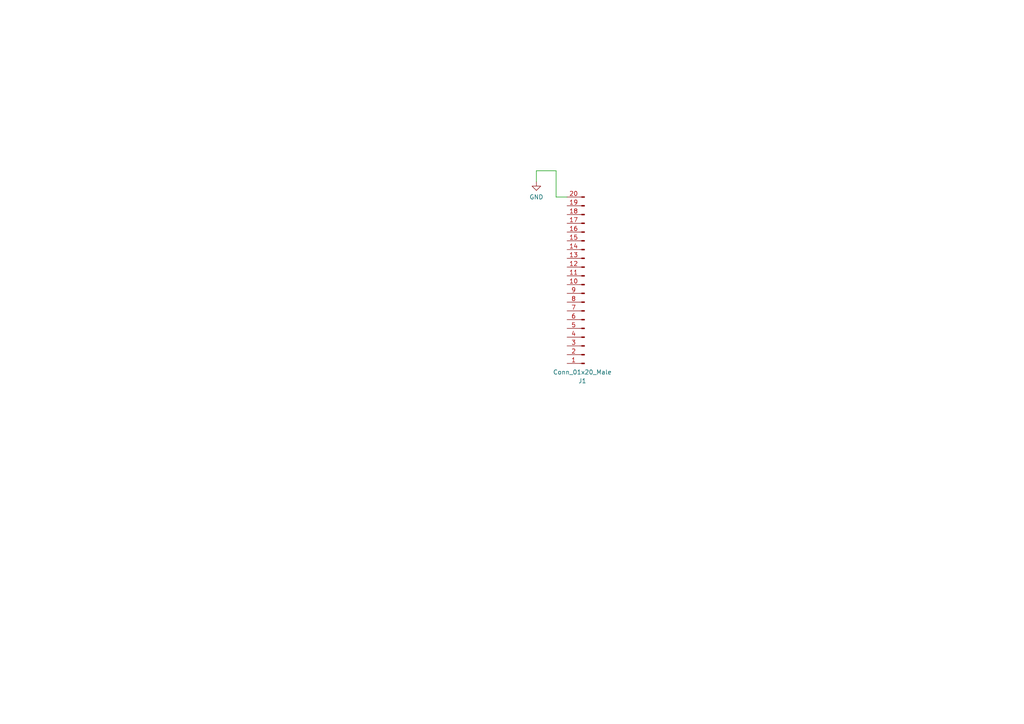
<source format=kicad_sch>
(kicad_sch (version 20211123) (generator eeschema)
  (paper "A4")
  (lib_symbols
    (symbol "Connector:Conn_01x20_Male" (pin_names (offset 1.016) hide)
      (property "Reference" "J" (at 0 25.4 0))
      (property "Value" "Conn_01x20_Male" (at 0 -27.94 0))
      (symbol "Conn_01x20_Male_1_1"
        (polyline (pts (xy 1.27 -25.4) (xy 0.8636 -25.4)) (stroke (width 0.1524)))
        (polyline (pts (xy 1.27 -22.86) (xy 0.8636 -22.86)) (stroke (width 0.1524)))
        (polyline (pts (xy 1.27 -20.32) (xy 0.8636 -20.32)) (stroke (width 0.1524)))
        (polyline (pts (xy 1.27 -17.78) (xy 0.8636 -17.78)) (stroke (width 0.1524)))
        (polyline (pts (xy 1.27 -15.24) (xy 0.8636 -15.24)) (stroke (width 0.1524)))
        (polyline (pts (xy 1.27 -12.7) (xy 0.8636 -12.7)) (stroke (width 0.1524)))
        (polyline (pts (xy 1.27 -10.16) (xy 0.8636 -10.16)) (stroke (width 0.1524)))
        (polyline (pts (xy 1.27 -7.62) (xy 0.8636 -7.62)) (stroke (width 0.1524)))
        (polyline (pts (xy 1.27 -5.08) (xy 0.8636 -5.08)) (stroke (width 0.1524)))
        (polyline (pts (xy 1.27 -2.54) (xy 0.8636 -2.54)) (stroke (width 0.1524)))
        (polyline (pts (xy 1.27 0) (xy 0.8636 0)) (stroke (width 0.1524)))
        (polyline (pts (xy 1.27 2.54) (xy 0.8636 2.54)) (stroke (width 0.1524)))
        (polyline (pts (xy 1.27 5.08) (xy 0.8636 5.08)) (stroke (width 0.1524)))
        (polyline (pts (xy 1.27 7.62) (xy 0.8636 7.62)) (stroke (width 0.1524)))
        (polyline (pts (xy 1.27 10.16) (xy 0.8636 10.16)) (stroke (width 0.1524)))
        (polyline (pts (xy 1.27 12.7) (xy 0.8636 12.7)) (stroke (width 0.1524)))
        (polyline (pts (xy 1.27 15.24) (xy 0.8636 15.24)) (stroke (width 0.1524)))
        (polyline (pts (xy 1.27 17.78) (xy 0.8636 17.78)) (stroke (width 0.1524)))
        (polyline (pts (xy 1.27 20.32) (xy 0.8636 20.32)) (stroke (width 0.1524)))
        (polyline (pts (xy 1.27 22.86) (xy 0.8636 22.86)) (stroke (width 0.1524)))
        (rectangle (start 0.8636 -25.273) (end 0 -25.527) (stroke (width 0.1524)) (fill (type outline)))
        (rectangle (start 0.8636 -22.733) (end 0 -22.987) (stroke (width 0.1524)) (fill (type outline)))
        (rectangle (start 0.8636 -20.193) (end 0 -20.447) (stroke (width 0.1524)) (fill (type outline)))
        (rectangle (start 0.8636 -17.653) (end 0 -17.907) (stroke (width 0.1524)) (fill (type outline)))
        (rectangle (start 0.8636 -15.113) (end 0 -15.367) (stroke (width 0.1524)) (fill (type outline)))
        (rectangle (start 0.8636 -12.573) (end 0 -12.827) (stroke (width 0.1524)) (fill (type outline)))
        (rectangle (start 0.8636 -10.033) (end 0 -10.287) (stroke (width 0.1524)) (fill (type outline)))
        (rectangle (start 0.8636 -7.493) (end 0 -7.747) (stroke (width 0.1524)) (fill (type outline)))
        (rectangle (start 0.8636 -4.953) (end 0 -5.207) (stroke (width 0.1524)) (fill (type outline)))
        (rectangle (start 0.8636 -2.413) (end 0 -2.667) (stroke (width 0.1524)) (fill (type outline)))
        (rectangle (start 0.8636 0.127) (end 0 -0.127) (stroke (width 0.1524)) (fill (type outline)))
        (rectangle (start 0.8636 2.667) (end 0 2.413) (stroke (width 0.1524)) (fill (type outline)))
        (rectangle (start 0.8636 5.207) (end 0 4.953) (stroke (width 0.1524)) (fill (type outline)))
        (rectangle (start 0.8636 7.747) (end 0 7.493) (stroke (width 0.1524)) (fill (type outline)))
        (rectangle (start 0.8636 10.287) (end 0 10.033) (stroke (width 0.1524)) (fill (type outline)))
        (rectangle (start 0.8636 12.827) (end 0 12.573) (stroke (width 0.1524)) (fill (type outline)))
        (rectangle (start 0.8636 15.367) (end 0 15.113) (stroke (width 0.1524)) (fill (type outline)))
        (rectangle (start 0.8636 17.907) (end 0 17.653) (stroke (width 0.1524)) (fill (type outline)))
        (rectangle (start 0.8636 20.447) (end 0 20.193) (stroke (width 0.1524)) (fill (type outline)))
        (rectangle (start 0.8636 22.987) (end 0 22.733) (stroke (width 0.1524)) (fill (type outline)))
        (pin passive line (at 5.08 22.86 180) (length 3.81) (name "Pin_1") (number "1"))
        (pin passive line (at 5.08 0 180) (length 3.81) (name "Pin_10") (number "10"))
        (pin passive line (at 5.08 -2.54 180) (length 3.81) (name "Pin_11") (number "11"))
        (pin passive line (at 5.08 -5.08 180) (length 3.81) (name "Pin_12") (number "12"))
        (pin passive line (at 5.08 -7.62 180) (length 3.81) (name "Pin_13") (number "13"))
        (pin passive line (at 5.08 -10.16 180) (length 3.81) (name "Pin_14") (number "14"))
        (pin passive line (at 5.08 -12.7 180) (length 3.81) (name "Pin_15") (number "15"))
        (pin passive line (at 5.08 -15.24 180) (length 3.81) (name "Pin_16") (number "16"))
        (pin passive line (at 5.08 -17.78 180) (length 3.81) (name "Pin_17") (number "17"))
        (pin passive line (at 5.08 -20.32 180) (length 3.81) (name "Pin_18") (number "18"))
        (pin passive line (at 5.08 -22.86 180) (length 3.81) (name "Pin_19") (number "19"))
        (pin passive line (at 5.08 20.32 180) (length 3.81) (name "Pin_2") (number "2"))
        (pin passive line (at 5.08 -25.4 180) (length 3.81) (name "Pin_20") (number "20"))
        (pin passive line (at 5.08 17.78 180) (length 3.81) (name "Pin_3") (number "3"))
        (pin passive line (at 5.08 15.24 180) (length 3.81) (name "Pin_4") (number "4"))
        (pin passive line (at 5.08 12.7 180) (length 3.81) (name "Pin_5") (number "5"))
        (pin passive line (at 5.08 10.16 180) (length 3.81) (name "Pin_6") (number "6"))
        (pin passive line (at 5.08 7.62 180) (length 3.81) (name "Pin_7") (number "7"))
        (pin passive line (at 5.08 5.08 180) (length 3.81) (name "Pin_8") (number "8"))
        (pin passive line (at 5.08 2.54 180) (length 3.81) (name "Pin_9") (number "9"))
      )
    )
    (symbol "power:GND" (power) (pin_names (offset 0))
      (property "Value" "GND" (at 0 -3.81 0))
      (symbol "GND_0_1"
        (polyline (pts (xy 0 0) (xy 0 -1.27) (xy 1.27 -1.27) (xy 0 -2.54) (xy -1.27 -1.27) (xy 0 -1.27)))
      )
      (symbol "GND_1_1"
        (pin power_in line (at 0 0 270) (length 0) hide (name "GND") (number "1"))
      )
    )
  )
  (wire (pts (xy 161.29 57.15) (xy 164.465 57.15)))
  (wire (pts (xy 161.29 49.53) (xy 161.29 57.15)))
  (wire (pts (xy 155.575 49.53) (xy 161.29 49.53)))
  (wire (pts (xy 155.575 52.705) (xy 155.575 49.53)))
  (symbol (lib_id "power:GND") (at 155.575 52.705 0) (mirror y) (unit 1)
    (property "Reference" "#PWR01" (effects hide))
    (property "Value" "GND" (at 155.575 57.15 0))
  )
  (symbol (lib_id "Connector:Conn_01x20_Male") (at 169.545 82.55 180) (unit 1)
    (property "Reference" "J1" (at 168.91 110.49 0))
    (property "Value" "Conn_01x20_Male" (at 168.91 107.95 0))
    (property "Footprint" "Connector_PinHeader_2.54mm:PinHeader_1x20_P2.54mm_Horizontal" (effects hide))
  )
)
</source>
